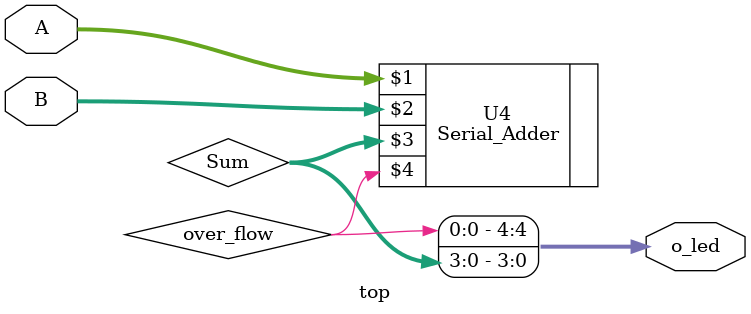
<source format=v>
`timescale 1ns / 1ps


module top(
    input [3:0] A,
    input [3:0] B,
    //output O_flow,
    output [4:0] o_led
    

    );
    
    wire [3:0] Sum;
    wire over_flow;
    
    Serial_Adder U4(A,B,Sum,over_flow);
    assign o_led[0]=Sum[0];
    assign o_led[1]=Sum[1];
    assign o_led[2]=Sum[2];
    assign o_led[3]=Sum[3];
    assign o_led[4]=over_flow;
endmodule

</source>
